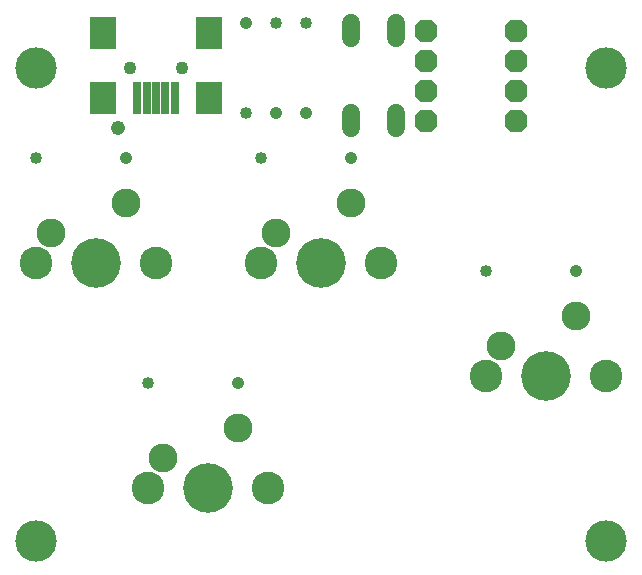
<source format=gts>
G75*
G70*
%OFA0B0*%
%FSLAX24Y24*%
%IPPOS*%
%LPD*%
%AMOC8*
5,1,8,0,0,1.08239X$1,22.5*
%
%ADD10C,0.0966*%
%ADD11C,0.1092*%
%ADD12C,0.1655*%
%ADD13OC8,0.0760*%
%ADD14R,0.0277X0.1064*%
%ADD15R,0.0867X0.1064*%
%ADD16C,0.0434*%
%ADD17C,0.0400*%
%ADD18C,0.0412*%
%ADD19C,0.0600*%
%ADD20C,0.1380*%
%ADD21C,0.0476*%
D10*
X006430Y004930D03*
X008930Y005930D03*
X010180Y012430D03*
X012680Y013430D03*
X017680Y008680D03*
X020180Y009680D03*
X005180Y013430D03*
X002680Y012430D03*
D11*
X002180Y011430D03*
X006180Y011430D03*
X009680Y011430D03*
X013680Y011430D03*
X017180Y007680D03*
X021180Y007680D03*
X009930Y003930D03*
X005930Y003930D03*
D12*
X007930Y003930D03*
X004180Y011430D03*
X011680Y011430D03*
X019180Y007680D03*
D13*
X018180Y016180D03*
X018180Y017180D03*
X018180Y018180D03*
X018180Y019180D03*
X015180Y019180D03*
X015180Y018180D03*
X015180Y017180D03*
X015180Y016180D03*
D14*
X006810Y016946D03*
X006495Y016946D03*
X006180Y016946D03*
X005865Y016946D03*
X005550Y016946D03*
D15*
X004408Y016946D03*
X004408Y019111D03*
X007952Y019111D03*
X007952Y016946D03*
D16*
X007046Y017930D03*
X005314Y017930D03*
D17*
X002180Y014930D03*
X009180Y016430D03*
X009680Y014930D03*
X010180Y019430D03*
X011180Y019430D03*
X017180Y011180D03*
X005930Y007430D03*
D18*
X008930Y007430D03*
X005180Y014930D03*
X010180Y016430D03*
X011180Y016430D03*
X012680Y014930D03*
X009180Y019430D03*
X020180Y011180D03*
D19*
X014180Y015920D02*
X014180Y016440D01*
X012680Y016440D02*
X012680Y015920D01*
X012680Y018920D02*
X012680Y019440D01*
X014180Y019440D02*
X014180Y018920D01*
D20*
X002180Y002180D03*
X002180Y017930D03*
X021180Y017930D03*
X021180Y002180D03*
D21*
X004930Y015930D03*
M02*

</source>
